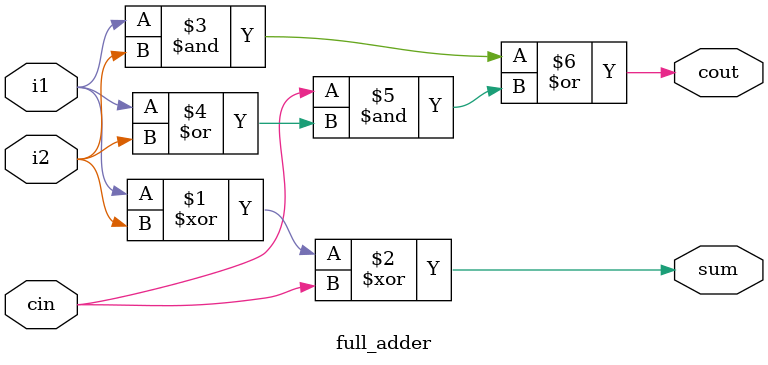
<source format=sv>
module full_adder(i1, i2, cin, sum, cout);
input i1, i2, cin;
output logic sum, cout;
assign sum = i1 ^ i2 ^ cin;
assign cout = (i1 & i2) | (cin & (i1 | i2));
endmodule
</source>
